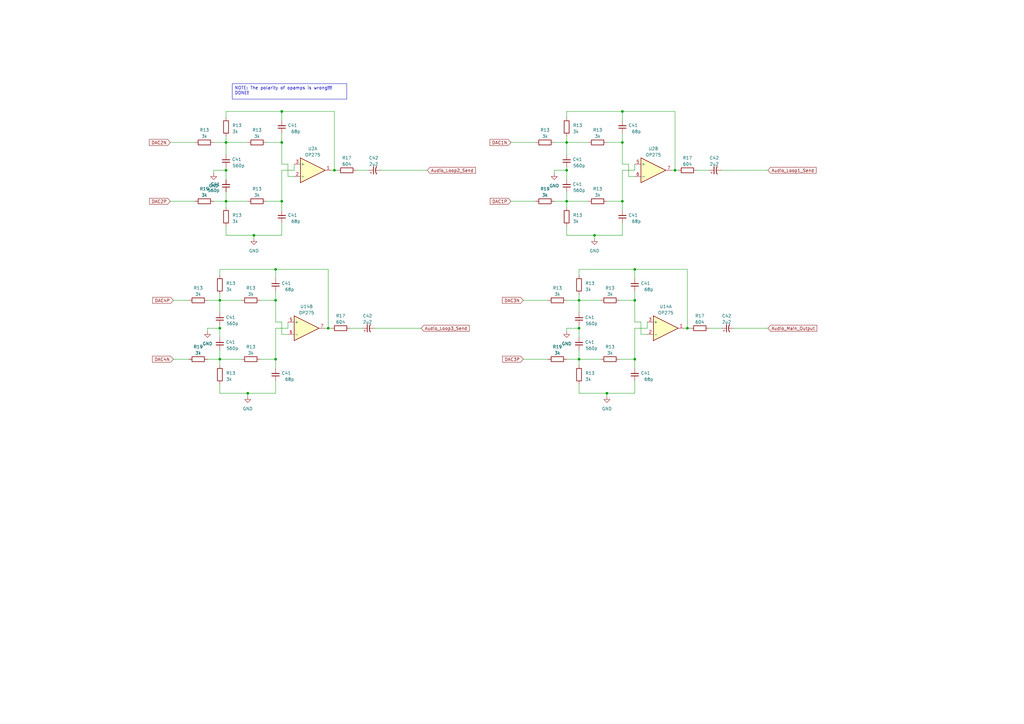
<source format=kicad_sch>
(kicad_sch (version 20230121) (generator eeschema)
  (paper "A3")
  (lib_symbols
    (symbol "Amplifier_Operational:OP275" (pin_names (offset 0.127))
      (property "Reference" "U" (at 0 5.08 0))
      (property "Value" "OP275" (at 0 -5.08 0))
      (symbol "OP275_1_1"
        (polyline (pts (xy -5.08 5.08) (xy 5.08 0) (xy -5.08 -5.08) (xy -5.08 5.08)) (stroke (width 0.254)) (fill (type background)))
        (pin output line (at 7.62 0 180) (length 2.54) (name "~") (number "1"))
        (pin input line (at -7.62 -2.54 0) (length 2.54) (name "-") (number "2"))
        (pin input line (at -7.62 2.54 0) (length 2.54) (name "+") (number "3"))
      )
      (symbol "OP275_2_1"
        (polyline (pts (xy -5.08 5.08) (xy 5.08 0) (xy -5.08 -5.08) (xy -5.08 5.08)) (stroke (width 0.254)) (fill (type background)))
        (pin input line (at -7.62 2.54 0) (length 2.54) (name "+") (number "5"))
        (pin input line (at -7.62 -2.54 0) (length 2.54) (name "-") (number "6"))
        (pin output line (at 7.62 0 180) (length 2.54) (name "~") (number "7"))
      )
      (symbol "OP275_3_1"
        (pin power_in line (at -2.54 -7.62 90) (length 3.81) (name "V-") (number "4"))
        (pin power_in line (at -2.54 7.62 270) (length 3.81) (name "V+") (number "8"))
      )
    )
    (symbol "Device:C_Polarized_Small_US" (pin_numbers hide) (pin_names (offset 0.254) hide)
      (property "Reference" "C" (at 0.254 1.778 0))
      (property "Value" "C_Polarized_Small_US" (at 0.254 -2.032 0))
      (symbol "C_Polarized_Small_US_0_1"
        (polyline (pts (xy -1.524 0.508) (xy 1.524 0.508)) (stroke (width 0.3048)))
        (polyline (pts (xy -1.27 1.524) (xy -0.762 1.524)))
        (polyline (pts (xy -1.016 1.27) (xy -1.016 1.778)))
        (arc (start 1.524 -0.762) (mid 0 -0.3734) (end -1.524 -0.762) (stroke (width 0.3048)))
      )
      (symbol "C_Polarized_Small_US_1_1"
        (pin passive line (at 0 2.54 270) (length 2.032) (name "~") (number "1"))
        (pin passive line (at 0 -2.54 90) (length 2.032) (name "~") (number "2"))
      )
    )
    (symbol "Device:C_Small" (pin_numbers hide) (pin_names (offset 0.254) hide)
      (property "Reference" "C" (at 0.254 1.778 0))
      (property "Value" "C_Small" (at 0.254 -2.032 0))
      (symbol "C_Small_0_1"
        (polyline (pts (xy -1.524 -0.508) (xy 1.524 -0.508)) (stroke (width 0.3302)))
        (polyline (pts (xy -1.524 0.508) (xy 1.524 0.508)) (stroke (width 0.3048)))
      )
      (symbol "C_Small_1_1"
        (pin passive line (at 0 2.54 270) (length 2.032) (name "~") (number "1"))
        (pin passive line (at 0 -2.54 90) (length 2.032) (name "~") (number "2"))
      )
    )
    (symbol "Device:R" (pin_numbers hide) (pin_names (offset 0))
      (property "Reference" "R" (at 2.032 0 90))
      (property "Value" "R" (at 0 0 90))
      (symbol "R_0_1"
        (rectangle (start -1.016 -2.54) (end 1.016 2.54) (stroke (width 0.254)))
      )
      (symbol "R_1_1"
        (pin passive line (at 0 3.81 270) (length 1.27) (name "~") (number "1"))
        (pin passive line (at 0 -3.81 90) (length 1.27) (name "~") (number "2"))
      )
    )
    (symbol "power:GND" (power) (pin_names (offset 0))
      (property "Value" "GND" (at 0 -3.81 0))
      (symbol "GND_0_1"
        (polyline (pts (xy 0 0) (xy 0 -1.27) (xy 1.27 -1.27) (xy 0 -2.54) (xy -1.27 -1.27) (xy 0 -1.27)))
      )
      (symbol "GND_1_1"
        (pin power_in line (at 0 0 270) (length 0) hide (name "GND") (number "1"))
      )
    )
  )
  (junction (at 92.71 69.85))
  (junction (at 92.71 82.55))
  (junction (at 115.57 45.72))
  (junction (at 90.17 134.62))
  (junction (at 237.49 134.62))
  (junction (at 255.27 82.55))
  (junction (at 90.17 123.19))
  (junction (at 255.27 58.42))
  (junction (at 248.92 161.29))
  (junction (at 255.27 45.72))
  (junction (at 276.86 69.85))
  (junction (at 134.62 134.62))
  (junction (at 281.94 134.62))
  (junction (at 104.14 96.52))
  (junction (at 115.57 58.42))
  (junction (at 90.17 147.32))
  (junction (at 137.16 69.85))
  (junction (at 113.03 123.19))
  (junction (at 232.41 82.55))
  (junction (at 260.35 123.19))
  (junction (at 237.49 123.19))
  (junction (at 115.57 82.55))
  (junction (at 113.03 110.49))
  (junction (at 232.41 58.42))
  (junction (at 101.6 161.29))
  (junction (at 113.03 147.32))
  (junction (at 260.35 110.49))
  (junction (at 232.41 69.85))
  (junction (at 237.49 147.32))
  (junction (at 92.71 58.42))
  (junction (at 260.35 147.32))
  (junction (at 243.84 96.52))
  (wire (pts (xy 115.57 137.16) (xy 118.11 137.16)))
  (wire (pts (xy 115.57 69.85) (xy 115.57 82.55)))
  (wire (pts (xy 143.51 134.62) (xy 148.59 134.62)))
  (wire (pts (xy 232.41 58.42) (xy 241.3 58.42)))
  (wire (pts (xy 255.27 45.72) (xy 255.27 49.53)))
  (wire (pts (xy 92.71 82.55) (xy 92.71 85.09)))
  (wire (pts (xy 237.49 113.03) (xy 237.49 110.49)))
  (wire (pts (xy 92.71 68.58) (xy 92.71 69.85)))
  (wire (pts (xy 115.57 58.42) (xy 109.22 58.42)))
  (wire (pts (xy 257.81 72.39) (xy 260.35 72.39)))
  (wire (pts (xy 260.35 110.49) (xy 281.94 110.49)))
  (wire (pts (xy 92.71 45.72) (xy 115.57 45.72)))
  (wire (pts (xy 232.41 69.85) (xy 232.41 73.66)))
  (wire (pts (xy 276.86 45.72) (xy 276.86 69.85)))
  (wire (pts (xy 260.35 67.31) (xy 260.35 69.85)))
  (wire (pts (xy 280.67 134.62) (xy 281.94 134.62)))
  (wire (pts (xy 109.22 82.55) (xy 115.57 82.55)))
  (wire (pts (xy 260.35 156.21) (xy 260.35 161.29)))
  (wire (pts (xy 232.41 48.26) (xy 232.41 45.72)))
  (wire (pts (xy 90.17 113.03) (xy 90.17 110.49)))
  (wire (pts (xy 120.65 67.31) (xy 120.65 69.85)))
  (wire (pts (xy 262.89 132.08) (xy 262.89 137.16)))
  (wire (pts (xy 232.41 96.52) (xy 243.84 96.52)))
  (wire (pts (xy 87.63 69.85) (xy 92.71 69.85)))
  (wire (pts (xy 232.41 135.89) (xy 232.41 134.62)))
  (wire (pts (xy 87.63 71.12) (xy 87.63 69.85)))
  (wire (pts (xy 255.27 54.61) (xy 255.27 58.42)))
  (wire (pts (xy 146.05 69.85) (xy 151.13 69.85)))
  (wire (pts (xy 248.92 161.29) (xy 248.92 162.56)))
  (wire (pts (xy 113.03 119.38) (xy 113.03 123.19)))
  (wire (pts (xy 101.6 161.29) (xy 113.03 161.29)))
  (wire (pts (xy 232.41 45.72) (xy 255.27 45.72)))
  (wire (pts (xy 87.63 58.42) (xy 92.71 58.42)))
  (wire (pts (xy 227.33 82.55) (xy 232.41 82.55)))
  (wire (pts (xy 232.41 78.74) (xy 232.41 82.55)))
  (wire (pts (xy 214.63 123.19) (xy 224.79 123.19)))
  (wire (pts (xy 92.71 69.85) (xy 92.71 73.66)))
  (wire (pts (xy 104.14 96.52) (xy 115.57 96.52)))
  (wire (pts (xy 71.12 123.19) (xy 77.47 123.19)))
  (wire (pts (xy 237.49 147.32) (xy 237.49 149.86)))
  (wire (pts (xy 237.49 123.19) (xy 237.49 128.27)))
  (wire (pts (xy 232.41 92.71) (xy 232.41 96.52)))
  (wire (pts (xy 237.49 157.48) (xy 237.49 161.29)))
  (wire (pts (xy 257.81 67.31) (xy 257.81 72.39)))
  (wire (pts (xy 135.89 69.85) (xy 137.16 69.85)))
  (wire (pts (xy 255.27 82.55) (xy 255.27 86.36)))
  (wire (pts (xy 134.62 110.49) (xy 134.62 134.62)))
  (wire (pts (xy 153.67 134.62) (xy 172.72 134.62)))
  (wire (pts (xy 92.71 58.42) (xy 101.6 58.42)))
  (wire (pts (xy 118.11 132.08) (xy 118.11 134.62)))
  (wire (pts (xy 265.43 134.62) (xy 260.35 134.62)))
  (wire (pts (xy 243.84 96.52) (xy 243.84 97.79)))
  (wire (pts (xy 254 147.32) (xy 260.35 147.32)))
  (wire (pts (xy 255.27 91.44) (xy 255.27 96.52)))
  (wire (pts (xy 295.91 69.85) (xy 314.96 69.85)))
  (wire (pts (xy 227.33 69.85) (xy 232.41 69.85)))
  (wire (pts (xy 248.92 161.29) (xy 260.35 161.29)))
  (wire (pts (xy 237.49 123.19) (xy 246.38 123.19)))
  (wire (pts (xy 113.03 147.32) (xy 113.03 151.13)))
  (wire (pts (xy 115.57 67.31) (xy 118.11 67.31)))
  (wire (pts (xy 90.17 134.62) (xy 90.17 138.43)))
  (wire (pts (xy 85.09 134.62) (xy 90.17 134.62)))
  (wire (pts (xy 255.27 58.42) (xy 248.92 58.42)))
  (wire (pts (xy 90.17 157.48) (xy 90.17 161.29)))
  (wire (pts (xy 90.17 123.19) (xy 90.17 128.27)))
  (wire (pts (xy 260.35 119.38) (xy 260.35 123.19)))
  (wire (pts (xy 260.35 132.08) (xy 260.35 123.19)))
  (wire (pts (xy 237.49 133.35) (xy 237.49 134.62)))
  (wire (pts (xy 243.84 96.52) (xy 255.27 96.52)))
  (wire (pts (xy 260.35 134.62) (xy 260.35 147.32)))
  (wire (pts (xy 265.43 132.08) (xy 265.43 134.62)))
  (wire (pts (xy 281.94 134.62) (xy 283.21 134.62)))
  (wire (pts (xy 260.35 132.08) (xy 262.89 132.08)))
  (wire (pts (xy 118.11 134.62) (xy 113.03 134.62)))
  (wire (pts (xy 255.27 69.85) (xy 255.27 82.55)))
  (wire (pts (xy 285.75 69.85) (xy 290.83 69.85)))
  (wire (pts (xy 92.71 92.71) (xy 92.71 96.52)))
  (wire (pts (xy 237.49 147.32) (xy 246.38 147.32)))
  (wire (pts (xy 85.09 123.19) (xy 90.17 123.19)))
  (wire (pts (xy 90.17 143.51) (xy 90.17 147.32)))
  (wire (pts (xy 92.71 48.26) (xy 92.71 45.72)))
  (wire (pts (xy 90.17 123.19) (xy 99.06 123.19)))
  (wire (pts (xy 113.03 123.19) (xy 106.68 123.19)))
  (wire (pts (xy 232.41 147.32) (xy 237.49 147.32)))
  (wire (pts (xy 255.27 67.31) (xy 255.27 58.42)))
  (wire (pts (xy 115.57 91.44) (xy 115.57 96.52)))
  (wire (pts (xy 281.94 110.49) (xy 281.94 134.62)))
  (wire (pts (xy 71.12 147.32) (xy 77.47 147.32)))
  (wire (pts (xy 232.41 58.42) (xy 232.41 63.5)))
  (wire (pts (xy 137.16 69.85) (xy 138.43 69.85)))
  (wire (pts (xy 92.71 55.88) (xy 92.71 58.42)))
  (wire (pts (xy 255.27 67.31) (xy 257.81 67.31)))
  (wire (pts (xy 209.55 82.55) (xy 219.71 82.55)))
  (wire (pts (xy 69.85 58.42) (xy 80.01 58.42)))
  (wire (pts (xy 134.62 134.62) (xy 135.89 134.62)))
  (wire (pts (xy 115.57 45.72) (xy 115.57 49.53)))
  (wire (pts (xy 232.41 123.19) (xy 237.49 123.19)))
  (wire (pts (xy 120.65 69.85) (xy 115.57 69.85)))
  (wire (pts (xy 237.49 110.49) (xy 260.35 110.49)))
  (wire (pts (xy 290.83 134.62) (xy 295.91 134.62)))
  (wire (pts (xy 113.03 132.08) (xy 115.57 132.08)))
  (wire (pts (xy 113.03 110.49) (xy 134.62 110.49)))
  (wire (pts (xy 260.35 123.19) (xy 254 123.19)))
  (wire (pts (xy 275.59 69.85) (xy 276.86 69.85)))
  (wire (pts (xy 87.63 82.55) (xy 92.71 82.55)))
  (wire (pts (xy 255.27 45.72) (xy 276.86 45.72)))
  (wire (pts (xy 115.57 67.31) (xy 115.57 58.42)))
  (wire (pts (xy 90.17 110.49) (xy 113.03 110.49)))
  (wire (pts (xy 85.09 135.89) (xy 85.09 134.62)))
  (wire (pts (xy 113.03 156.21) (xy 113.03 161.29)))
  (wire (pts (xy 237.49 143.51) (xy 237.49 147.32)))
  (wire (pts (xy 69.85 82.55) (xy 80.01 82.55)))
  (wire (pts (xy 101.6 161.29) (xy 101.6 162.56)))
  (wire (pts (xy 115.57 54.61) (xy 115.57 58.42)))
  (wire (pts (xy 133.35 134.62) (xy 134.62 134.62)))
  (wire (pts (xy 232.41 55.88) (xy 232.41 58.42)))
  (wire (pts (xy 115.57 45.72) (xy 137.16 45.72)))
  (wire (pts (xy 106.68 147.32) (xy 113.03 147.32)))
  (wire (pts (xy 260.35 110.49) (xy 260.35 114.3)))
  (wire (pts (xy 104.14 96.52) (xy 104.14 97.79)))
  (wire (pts (xy 118.11 72.39) (xy 120.65 72.39)))
  (wire (pts (xy 260.35 147.32) (xy 260.35 151.13)))
  (wire (pts (xy 113.03 110.49) (xy 113.03 114.3)))
  (wire (pts (xy 115.57 132.08) (xy 115.57 137.16)))
  (wire (pts (xy 115.57 82.55) (xy 115.57 86.36)))
  (wire (pts (xy 232.41 68.58) (xy 232.41 69.85)))
  (wire (pts (xy 260.35 69.85) (xy 255.27 69.85)))
  (wire (pts (xy 232.41 82.55) (xy 232.41 85.09)))
  (wire (pts (xy 262.89 137.16) (xy 265.43 137.16)))
  (wire (pts (xy 113.03 134.62) (xy 113.03 147.32)))
  (wire (pts (xy 156.21 69.85) (xy 175.26 69.85)))
  (wire (pts (xy 232.41 134.62) (xy 237.49 134.62)))
  (wire (pts (xy 232.41 82.55) (xy 241.3 82.55)))
  (wire (pts (xy 85.09 147.32) (xy 90.17 147.32)))
  (wire (pts (xy 237.49 120.65) (xy 237.49 123.19)))
  (wire (pts (xy 90.17 147.32) (xy 99.06 147.32)))
  (wire (pts (xy 92.71 78.74) (xy 92.71 82.55)))
  (wire (pts (xy 92.71 58.42) (xy 92.71 63.5)))
  (wire (pts (xy 300.99 134.62) (xy 314.96 134.62)))
  (wire (pts (xy 237.49 134.62) (xy 237.49 138.43)))
  (wire (pts (xy 90.17 120.65) (xy 90.17 123.19)))
  (wire (pts (xy 92.71 82.55) (xy 101.6 82.55)))
  (wire (pts (xy 90.17 133.35) (xy 90.17 134.62)))
  (wire (pts (xy 137.16 45.72) (xy 137.16 69.85)))
  (wire (pts (xy 113.03 132.08) (xy 113.03 123.19)))
  (wire (pts (xy 90.17 147.32) (xy 90.17 149.86)))
  (wire (pts (xy 237.49 161.29) (xy 248.92 161.29)))
  (wire (pts (xy 276.86 69.85) (xy 278.13 69.85)))
  (wire (pts (xy 118.11 67.31) (xy 118.11 72.39)))
  (wire (pts (xy 214.63 147.32) (xy 224.79 147.32)))
  (wire (pts (xy 90.17 161.29) (xy 101.6 161.29)))
  (wire (pts (xy 92.71 96.52) (xy 104.14 96.52)))
  (wire (pts (xy 227.33 58.42) (xy 232.41 58.42)))
  (wire (pts (xy 248.92 82.55) (xy 255.27 82.55)))
  (wire (pts (xy 227.33 71.12) (xy 227.33 69.85)))
  (wire (pts (xy 209.55 58.42) (xy 219.71 58.42)))
  (text_box "NOTE: The polarity of opamps is wrong!!! DONE!\n" (at 95.25 34.29 0) (size 46.99 6.35) (effects (font (size 1.27 1.27)) (justify left top)))
  (global_label "DAC4P" (shape input) (at 71.12 123.19 180) (property "Intersheetrefs" "${INTERSHEET_REFS}" (effects hide)))
  (global_label "DAC2P" (shape input) (at 69.85 82.55 180) (property "Intersheetrefs" "${INTERSHEET_REFS}" (effects hide)))
  (global_label "DAC2N" (shape input) (at 69.85 58.42 180) (property "Intersheetrefs" "${INTERSHEET_REFS}" (effects hide)))
  (global_label "DAC1P" (shape input) (at 209.55 82.55 180) (property "Intersheetrefs" "${INTERSHEET_REFS}" (effects hide)))
  (global_label "Audio_Main_Output" (shape input) (at 314.96 134.62 0) (property "Intersheetrefs" "${INTERSHEET_REFS}" (effects hide)))
  (global_label "Audio_Loop1_Send" (shape input) (at 314.96 69.85 0) (property "Intersheetrefs" "${INTERSHEET_REFS}" (effects hide)))
  (global_label "DAC3N" (shape input) (at 214.63 123.19 180) (property "Intersheetrefs" "${INTERSHEET_REFS}" (effects hide)))
  (global_label "DAC3P" (shape input) (at 214.63 147.32 180) (property "Intersheetrefs" "${INTERSHEET_REFS}" (effects hide)))
  (global_label "DAC4N" (shape input) (at 71.12 147.32 180) (property "Intersheetrefs" "${INTERSHEET_REFS}" (effects hide)))
  (global_label "Audio_Loop3_Send" (shape input) (at 172.72 134.62 0) (property "Intersheetrefs" "${INTERSHEET_REFS}" (effects hide)))
  (global_label "DAC1N" (shape input) (at 209.55 58.42 180) (property "Intersheetrefs" "${INTERSHEET_REFS}" (effects hide)))
  (global_label "Audio_Loop2_Send" (shape input) (at 175.26 69.85 0) (property "Intersheetrefs" "${INTERSHEET_REFS}" (effects hide)))
  (symbol (lib_id "power:GND") (at 85.09 135.89 0) (unit 1)
    (property "Reference" "#PWR02" (effects hide))
    (property "Value" "GND" (at 85.09 140.97 0))
    (instances (project "stm_audio_board_V3" (path "" (reference "#PWR02") (unit 1)) (path "" (reference "#PWR01") (unit 1)) (path "" (reference "#PWR095") (unit 1))))
  )
  (symbol (lib_id "Device:C_Polarized_Small_US") (at 293.37 69.85 90) (unit 1)
    (property "Reference" "C42" (at 292.9382 64.77 90))
    (property "Value" "2u2" (at 292.9382 67.31 90))
    (property "Footprint" "Capacitor_SMD:C_0805_2012Metric_Pad1.18x1.45mm_HandSolder" (effects hide))
    (instances (project "stm_audio_board_V3" (path "" (reference "C42") (unit 1)) (path "" (reference "C46") (unit 1))))
  )
  (symbol (lib_id "Amplifier_Operational:OP275") (at 125.73 134.62 0) (unit 2)
    (property "Reference" "U14" (at 125.73 125.73 0))
    (property "Value" "OP275" (at 125.73 128.27 0))
    (property "Footprint" "Package_SO:SSOP-8_3.9x5.05mm_P1.27mm" (effects hide))
    (property "Datasheet" "https://www.analog.com/media/en/technical-documentation/data-sheets/OP275.pdf" (effects hide))
    (property "JLCPCB" "C161797" (effects hide))
  )
  (symbol (lib_id "Device:R") (at 237.49 116.84 180) (unit 1)
    (property "Reference" "R13" (at 240.03 116.205 0) (effects (justify right)))
    (property "Value" "3k" (at 240.03 118.745 0) (effects (justify right)))
    (property "Footprint" "Resistor_SMD:R_0603_1608Metric" (effects hide))
    (instances (project "stm_audio_board_V3" (path "" (reference "R13") (unit 1)) (path "" (reference "R69") (unit 1))))
  )
  (symbol (lib_id "Amplifier_Operational:OP275") (at 267.97 69.85 0) (unit 2)
    (property "Reference" "U2" (at 267.97 60.96 0))
    (property "Value" "OP275" (at 267.97 63.5 0))
    (property "Footprint" "Package_SO:SSOP-8_3.9x5.05mm_P1.27mm" (effects hide))
    (property "Datasheet" "https://www.analog.com/media/en/technical-documentation/data-sheets/OP275.pdf" (effects hide))
    (property "JLCPCB" "C161797" (effects hide))
  )
  (symbol (lib_id "Device:C_Polarized_Small_US") (at 298.45 134.62 90) (unit 1)
    (property "Reference" "C42" (at 298.0182 129.54 90))
    (property "Value" "2u2" (at 298.0182 132.08 90))
    (property "Footprint" "Capacitor_SMD:C_0805_2012Metric_Pad1.18x1.45mm_HandSolder" (effects hide))
    (instances (project "stm_audio_board_V3" (path "" (reference "C42") (unit 1)) (path "" (reference "C118") (unit 1))))
  )
  (symbol (lib_id "Device:C_Small") (at 232.41 76.2 0) (mirror x) (unit 1)
    (property "Reference" "C41" (at 238.76 75.5586 0) (effects (justify right)))
    (property "Value" "560p" (at 240.03 78.0986 0) (effects (justify right)))
    (property "Footprint" "Capacitor_SMD:C_0603_1608Metric" (effects hide))
  )
  (symbol (lib_id "Device:R") (at 237.49 153.67 180) (unit 1)
    (property "Reference" "R13" (at 240.03 153.035 0) (effects (justify right)))
    (property "Value" "3k" (at 240.03 155.575 0) (effects (justify right)))
    (property "Footprint" "Resistor_SMD:R_0603_1608Metric" (effects hide))
    (instances (project "stm_audio_board_V3" (path "" (reference "R13") (unit 1)) (path "" (reference "R70") (unit 1))))
  )
  (symbol (lib_id "Device:R") (at 142.24 69.85 270) (unit 1)
    (property "Reference" "R17" (at 142.24 64.77 90))
    (property "Value" "604" (at 142.24 67.31 90))
    (property "Footprint" "Resistor_SMD:R_0603_1608Metric" (effects hide))
  )
  (symbol (lib_id "Device:R") (at 245.11 82.55 270) (unit 1)
    (property "Reference" "R13" (at 245.11 77.47 90))
    (property "Value" "3k" (at 245.11 80.01 90))
    (property "Footprint" "Resistor_SMD:R_0603_1608Metric" (effects hide))
    (instances (project "stm_audio_board_V3" (path "" (reference "R13") (unit 1)) (path "" (reference "R22") (unit 1))))
  )
  (symbol (lib_id "Device:C_Small") (at 255.27 88.9 0) (mirror x) (unit 1)
    (property "Reference" "C41" (at 261.62 88.2586 0) (effects (justify right)))
    (property "Value" "68p" (at 262.89 90.7986 0) (effects (justify right)))
    (property "Footprint" "Capacitor_SMD:C_0603_1608Metric" (effects hide))
    (instances (project "stm_audio_board_V3" (path "" (reference "C41") (unit 1)) (path "" (reference "C45") (unit 1))))
  )
  (symbol (lib_id "Device:C_Polarized_Small_US") (at 153.67 69.85 90) (unit 1)
    (property "Reference" "C42" (at 153.2382 64.77 90))
    (property "Value" "2u2" (at 153.2382 67.31 90))
    (property "Footprint" "Capacitor_SMD:C_0805_2012Metric_Pad1.18x1.45mm_HandSolder" (effects hide))
  )
  (symbol (lib_id "Device:R") (at 223.52 82.55 90) (unit 1)
    (property "Reference" "R19" (at 223.52 77.47 90))
    (property "Value" "3k" (at 223.52 80.01 90))
    (property "Footprint" "Resistor_SMD:R_0603_1608Metric" (effects hide))
    (instances (project "stm_audio_board_V3" (path "" (reference "R19") (unit 1)) (path "" (reference "R16") (unit 1))))
  )
  (symbol (lib_id "Device:R") (at 105.41 58.42 90) (mirror x) (unit 1)
    (property "Reference" "R13" (at 105.41 53.34 90))
    (property "Value" "3k" (at 105.41 55.88 90))
    (property "Footprint" "Resistor_SMD:R_0603_1608Metric" (effects hide))
  )
  (symbol (lib_id "Device:R") (at 92.71 52.07 180) (unit 1)
    (property "Reference" "R13" (at 95.25 51.435 0) (effects (justify right)))
    (property "Value" "3k" (at 95.25 53.975 0) (effects (justify right)))
    (property "Footprint" "Resistor_SMD:R_0603_1608Metric" (effects hide))
    (instances (project "stm_audio_board_V3" (path "" (reference "R13") (unit 1)) (path "" (reference "R31") (unit 1))))
  )
  (symbol (lib_id "Device:C_Small") (at 113.03 153.67 0) (mirror x) (unit 1)
    (property "Reference" "C41" (at 119.38 153.0286 0) (effects (justify right)))
    (property "Value" "68p" (at 120.65 155.5686 0) (effects (justify right)))
    (property "Footprint" "Capacitor_SMD:C_0603_1608Metric" (effects hide))
    (instances (project "stm_audio_board_V3" (path "" (reference "C41") (unit 1)) (path "" (reference "C111") (unit 1))))
  )
  (symbol (lib_id "Device:C_Small") (at 232.41 66.04 0) (mirror x) (unit 1)
    (property "Reference" "C41" (at 238.76 65.3986 0) (effects (justify right)))
    (property "Value" "560p" (at 240.03 67.9386 0) (effects (justify right)))
    (property "Footprint" "Capacitor_SMD:C_0603_1608Metric" (effects hide))
    (instances (project "stm_audio_board_V3" (path "" (reference "C41") (unit 1)) (path "" (reference "C40") (unit 1))))
  )
  (symbol (lib_id "Device:R") (at 245.11 58.42 90) (mirror x) (unit 1)
    (property "Reference" "R13" (at 245.11 53.34 90))
    (property "Value" "3k" (at 245.11 55.88 90))
    (property "Footprint" "Resistor_SMD:R_0603_1608Metric" (effects hide))
    (instances (project "stm_audio_board_V3" (path "" (reference "R13") (unit 1)) (path "" (reference "R21") (unit 1))))
  )
  (symbol (lib_id "Device:R") (at 250.19 123.19 90) (mirror x) (unit 1)
    (property "Reference" "R13" (at 250.19 118.11 90))
    (property "Value" "3k" (at 250.19 120.65 90))
    (property "Footprint" "Resistor_SMD:R_0603_1608Metric" (effects hide))
    (instances (project "stm_audio_board_V3" (path "" (reference "R13") (unit 1)) (path "" (reference "R71") (unit 1))))
  )
  (symbol (lib_id "Device:C_Small") (at 115.57 88.9 0) (mirror x) (unit 1)
    (property "Reference" "C41" (at 121.92 88.2586 0) (effects (justify right)))
    (property "Value" "68p" (at 123.19 90.7986 0) (effects (justify right)))
    (property "Footprint" "Capacitor_SMD:C_0603_1608Metric" (effects hide))
    (instances (project "stm_audio_board_V3" (path "" (reference "C41") (unit 1)) (path "" (reference "C38") (unit 1))))
  )
  (symbol (lib_id "Device:C_Small") (at 260.35 116.84 0) (mirror x) (unit 1)
    (property "Reference" "C41" (at 266.7 116.1986 0) (effects (justify right)))
    (property "Value" "68p" (at 267.97 118.7386 0) (effects (justify right)))
    (property "Footprint" "Capacitor_SMD:C_0603_1608Metric" (effects hide))
    (instances (project "stm_audio_board_V3" (path "" (reference "C41") (unit 1)) (path "" (reference "C116") (unit 1))))
  )
  (symbol (lib_id "Device:R") (at 287.02 134.62 270) (unit 1)
    (property "Reference" "R17" (at 287.02 129.54 90))
    (property "Value" "604" (at 287.02 132.08 90))
    (property "Footprint" "Resistor_SMD:R_0603_1608Metric" (effects hide))
    (instances (project "stm_audio_board_V3" (path "" (reference "R17") (unit 1)) (path "" (reference "R73") (unit 1))))
  )
  (symbol (lib_id "Device:C_Small") (at 237.49 130.81 0) (mirror x) (unit 1)
    (property "Reference" "C41" (at 243.84 130.1686 0) (effects (justify right)))
    (property "Value" "560p" (at 245.11 132.7086 0) (effects (justify right)))
    (property "Footprint" "Capacitor_SMD:C_0603_1608Metric" (effects hide))
    (instances (project "stm_audio_board_V3" (path "" (reference "C41") (unit 1)) (path "" (reference "C114") (unit 1))))
  )
  (symbol (lib_id "power:GND") (at 243.84 97.79 0) (unit 1)
    (property "Reference" "#PWR02" (effects hide))
    (property "Value" "GND" (at 243.84 102.87 0))
    (instances (project "stm_audio_board_V3" (path "" (reference "#PWR02") (unit 1)) (path "" (reference "#PWR01") (unit 1)) (path "" (reference "#PWR027") (unit 1))))
  )
  (symbol (lib_id "Device:R") (at 81.28 147.32 90) (unit 1)
    (property "Reference" "R19" (at 81.28 142.24 90))
    (property "Value" "3k" (at 81.28 144.78 90))
    (property "Footprint" "Resistor_SMD:R_0603_1608Metric" (effects hide))
    (instances (project "stm_audio_board_V3" (path "" (reference "R19") (unit 1)) (path "" (reference "R60") (unit 1))))
  )
  (symbol (lib_id "Device:R") (at 228.6 123.19 90) (unit 1)
    (property "Reference" "R13" (at 228.6 118.11 90))
    (property "Value" "3k" (at 228.6 120.65 90))
    (property "Footprint" "Resistor_SMD:R_0603_1608Metric" (effects hide))
    (instances (project "stm_audio_board_V3" (path "" (reference "R13") (unit 1)) (path "" (reference "R67") (unit 1))))
  )
  (symbol (lib_id "Device:R") (at 90.17 116.84 180) (unit 1)
    (property "Reference" "R13" (at 92.71 116.205 0) (effects (justify right)))
    (property "Value" "3k" (at 92.71 118.745 0) (effects (justify right)))
    (property "Footprint" "Resistor_SMD:R_0603_1608Metric" (effects hide))
    (instances (project "stm_audio_board_V3" (path "" (reference "R13") (unit 1)) (path "" (reference "R61") (unit 1))))
  )
  (symbol (lib_id "Device:R") (at 223.52 58.42 90) (unit 1)
    (property "Reference" "R13" (at 223.52 53.34 90))
    (property "Value" "3k" (at 223.52 55.88 90))
    (property "Footprint" "Resistor_SMD:R_0603_1608Metric" (effects hide))
    (instances (project "stm_audio_board_V3" (path "" (reference "R13") (unit 1)) (path "" (reference "R15") (unit 1))))
  )
  (symbol (lib_id "Device:C_Small") (at 90.17 140.97 0) (mirror x) (unit 1)
    (property "Reference" "C41" (at 96.52 140.3286 0) (effects (justify right)))
    (property "Value" "560p" (at 97.79 142.8686 0) (effects (justify right)))
    (property "Footprint" "Capacitor_SMD:C_0603_1608Metric" (effects hide))
    (instances (project "stm_audio_board_V3" (path "" (reference "C41") (unit 1)) (path "" (reference "C109") (unit 1))))
  )
  (symbol (lib_id "Device:C_Small") (at 113.03 116.84 0) (mirror x) (unit 1)
    (property "Reference" "C41" (at 119.38 116.1986 0) (effects (justify right)))
    (property "Value" "68p" (at 120.65 118.7386 0) (effects (justify right)))
    (property "Footprint" "Capacitor_SMD:C_0603_1608Metric" (effects hide))
    (instances (project "stm_audio_board_V3" (path "" (reference "C41") (unit 1)) (path "" (reference "C110") (unit 1))))
  )
  (symbol (lib_id "Device:R") (at 228.6 147.32 90) (unit 1)
    (property "Reference" "R19" (at 228.6 142.24 90))
    (property "Value" "3k" (at 228.6 144.78 90))
    (property "Footprint" "Resistor_SMD:R_0603_1608Metric" (effects hide))
    (instances (project "stm_audio_board_V3" (path "" (reference "R19") (unit 1)) (path "" (reference "R68") (unit 1))))
  )
  (symbol (lib_id "Amplifier_Operational:OP275") (at 273.05 134.62 0) (unit 1)
    (property "Reference" "U14" (at 273.05 125.73 0))
    (property "Value" "OP275" (at 273.05 128.27 0))
    (property "Footprint" "Package_SO:SSOP-8_3.9x5.05mm_P1.27mm" (effects hide))
    (property "Datasheet" "https://www.analog.com/media/en/technical-documentation/data-sheets/OP275.pdf" (effects hide))
    (property "JLCPCB" "C161797" (effects hide))
  )
  (symbol (lib_id "Device:R") (at 232.41 52.07 180) (unit 1)
    (property "Reference" "R13" (at 234.95 51.435 0) (effects (justify right)))
    (property "Value" "3k" (at 234.95 53.975 0) (effects (justify right)))
    (property "Footprint" "Resistor_SMD:R_0603_1608Metric" (effects hide))
    (instances (project "stm_audio_board_V3" (path "" (reference "R13") (unit 1)) (path "" (reference "R19") (unit 1))))
  )
  (symbol (lib_id "Amplifier_Operational:OP275") (at 128.27 69.85 0) (unit 1)
    (property "Reference" "U2" (at 128.27 60.96 0))
    (property "Value" "OP275" (at 128.27 63.5 0))
    (property "Footprint" "Package_SO:SSOP-8_3.9x5.05mm_P1.27mm" (effects hide))
    (property "Datasheet" "https://www.analog.com/media/en/technical-documentation/data-sheets/OP275.pdf" (effects hide))
    (property "JLCPCB" "C161797" (effects hide))
  )
  (symbol (lib_id "Device:R") (at 83.82 82.55 90) (unit 1)
    (property "Reference" "R19" (at 83.82 77.47 90))
    (property "Value" "3k" (at 83.82 80.01 90))
    (property "Footprint" "Resistor_SMD:R_0603_1608Metric" (effects hide))
    (instances (project "stm_audio_board_V3" (path "" (reference "R19") (unit 1)) (path "" (reference "R27") (unit 1))))
  )
  (symbol (lib_id "Device:C_Small") (at 92.71 76.2 180) (unit 1)
    (property "Reference" "C41" (at 86.36 75.5586 0) (effects (justify right)))
    (property "Value" "560p" (at 85.09 78.0986 0) (effects (justify right)))
    (property "Footprint" "Capacitor_SMD:C_0603_1608Metric" (effects hide))
    (instances (project "stm_audio_board_V3" (path "" (reference "C41") (unit 1)) (path "" (reference "C23") (unit 1))))
  )
  (symbol (lib_id "Device:C_Small") (at 260.35 153.67 0) (mirror x) (unit 1)
    (property "Reference" "C41" (at 266.7 153.0286 0) (effects (justify right)))
    (property "Value" "68p" (at 267.97 155.5686 0) (effects (justify right)))
    (property "Footprint" "Capacitor_SMD:C_0603_1608Metric" (effects hide))
    (instances (project "stm_audio_board_V3" (path "" (reference "C41") (unit 1)) (path "" (reference "C117") (unit 1))))
  )
  (symbol (lib_id "power:GND") (at 232.41 135.89 0) (unit 1)
    (property "Reference" "#PWR02" (effects hide))
    (property "Value" "GND" (at 232.41 140.97 0))
    (instances (project "stm_audio_board_V3" (path "" (reference "#PWR02") (unit 1)) (path "" (reference "#PWR01") (unit 1)) (path "" (reference "#PWR0100") (unit 1))))
  )
  (symbol (lib_id "power:GND") (at 101.6 162.56 0) (unit 1)
    (property "Reference" "#PWR02" (effects hide))
    (property "Value" "GND" (at 101.6 167.64 0))
    (instances (project "stm_audio_board_V3" (path "" (reference "#PWR02") (unit 1)) (path "" (reference "#PWR01") (unit 1)) (path "" (reference "#PWR097") (unit 1))))
  )
  (symbol (lib_id "Device:R") (at 105.41 82.55 270) (unit 1)
    (property "Reference" "R13" (at 105.41 77.47 90))
    (property "Value" "3k" (at 105.41 80.01 90))
    (property "Footprint" "Resistor_SMD:R_0603_1608Metric" (effects hide))
    (instances (project "stm_audio_board_V3" (path "" (reference "R13") (unit 1)) (path "" (reference "R14") (unit 1))))
  )
  (symbol (lib_id "Device:R") (at 232.41 88.9 180) (unit 1)
    (property "Reference" "R13" (at 234.95 88.265 0) (effects (justify right)))
    (property "Value" "3k" (at 234.95 90.805 0) (effects (justify right)))
    (property "Footprint" "Resistor_SMD:R_0603_1608Metric" (effects hide))
    (instances (project "stm_audio_board_V3" (path "" (reference "R13") (unit 1)) (path "" (reference "R20") (unit 1))))
  )
  (symbol (lib_id "power:GND") (at 87.63 71.12 0) (unit 1)
    (property "Reference" "#PWR02" (effects hide))
    (property "Value" "GND" (at 87.63 76.2 0))
    (instances (project "stm_audio_board_V3" (path "" (reference "#PWR02") (unit 1)) (path "" (reference "#PWR01") (unit 1)) (path "" (reference "#PWR014") (unit 1))))
  )
  (symbol (lib_id "Device:C_Polarized_Small_US") (at 151.13 134.62 90) (unit 1)
    (property "Reference" "C42" (at 150.6982 129.54 90))
    (property "Value" "2u2" (at 150.6982 132.08 90))
    (property "Footprint" "Capacitor_SMD:C_0805_2012Metric_Pad1.18x1.45mm_HandSolder" (effects hide))
    (instances (project "stm_audio_board_V3" (path "" (reference "C42") (unit 1)) (path "" (reference "C112") (unit 1))))
  )
  (symbol (lib_id "power:GND") (at 227.33 71.12 0) (unit 1)
    (property "Reference" "#PWR02" (effects hide))
    (property "Value" "GND" (at 227.33 76.2 0))
    (instances (project "stm_audio_board_V3" (path "" (reference "#PWR02") (unit 1)) (path "" (reference "#PWR01") (unit 1)) (path "" (reference "#PWR021") (unit 1))))
  )
  (symbol (lib_id "Device:R") (at 92.71 88.9 180) (unit 1)
    (property "Reference" "R13" (at 95.25 88.265 0) (effects (justify right)))
    (property "Value" "3k" (at 95.25 90.805 0) (effects (justify right)))
    (property "Footprint" "Resistor_SMD:R_0603_1608Metric" (effects hide))
    (instances (project "stm_audio_board_V3" (path "" (reference "R13") (unit 1)) (path "" (reference "R32") (unit 1))))
  )
  (symbol (lib_id "Device:C_Small") (at 90.17 130.81 0) (mirror x) (unit 1)
    (property "Reference" "C41" (at 96.52 130.1686 0) (effects (justify right)))
    (property "Value" "560p" (at 97.79 132.7086 0) (effects (justify right)))
    (property "Footprint" "Capacitor_SMD:C_0603_1608Metric" (effects hide))
    (instances (project "stm_audio_board_V3" (path "" (reference "C41") (unit 1)) (path "" (reference "C108") (unit 1))))
  )
  (symbol (lib_id "Device:R") (at 81.28 123.19 90) (unit 1)
    (property "Reference" "R13" (at 81.28 118.11 90))
    (property "Value" "3k" (at 81.28 120.65 90))
    (property "Footprint" "Resistor_SMD:R_0603_1608Metric" (effects hide))
    (instances (project "stm_audio_board_V3" (path "" (reference "R13") (unit 1)) (path "" (reference "R59") (unit 1))))
  )
  (symbol (lib_id "Device:R") (at 102.87 147.32 270) (unit 1)
    (property "Reference" "R13" (at 102.87 142.24 90))
    (property "Value" "3k" (at 102.87 144.78 90))
    (property "Footprint" "Resistor_SMD:R_0603_1608Metric" (effects hide))
    (instances (project "stm_audio_board_V3" (path "" (reference "R13") (unit 1)) (path "" (reference "R64") (unit 1))))
  )
  (symbol (lib_id "Device:C_Small") (at 255.27 52.07 0) (mirror x) (unit 1)
    (property "Reference" "C41" (at 261.62 51.4286 0) (effects (justify right)))
    (property "Value" "68p" (at 262.89 53.9686 0) (effects (justify right)))
    (property "Footprint" "Capacitor_SMD:C_0603_1608Metric" (effects hide))
    (instances (project "stm_audio_board_V3" (path "" (reference "C41") (unit 1)) (path "" (reference "C44") (unit 1))))
  )
  (symbol (lib_id "Device:R") (at 250.19 147.32 270) (unit 1)
    (property "Reference" "R13" (at 250.19 142.24 90))
    (property "Value" "3k" (at 250.19 144.78 90))
    (property "Footprint" "Resistor_SMD:R_0603_1608Metric" (effects hide))
    (instances (project "stm_audio_board_V3" (path "" (reference "R13") (unit 1)) (path "" (reference "R72") (unit 1))))
  )
  (symbol (lib_id "Device:R") (at 90.17 153.67 180) (unit 1)
    (property "Reference" "R13" (at 92.71 153.035 0) (effects (justify right)))
    (property "Value" "3k" (at 92.71 155.575 0) (effects (justify right)))
    (property "Footprint" "Resistor_SMD:R_0603_1608Metric" (effects hide))
    (instances (project "stm_audio_board_V3" (path "" (reference "R13") (unit 1)) (path "" (reference "R62") (unit 1))))
  )
  (symbol (lib_id "Device:R") (at 83.82 58.42 90) (unit 1)
    (property "Reference" "R13" (at 83.82 53.34 90))
    (property "Value" "3k" (at 83.82 55.88 90))
    (property "Footprint" "Resistor_SMD:R_0603_1608Metric" (effects hide))
    (instances (project "stm_audio_board_V3" (path "" (reference "R13") (unit 1)) (path "" (reference "R30") (unit 1))))
  )
  (symbol (lib_id "power:GND") (at 248.92 162.56 0) (unit 1)
    (property "Reference" "#PWR02" (effects hide))
    (property "Value" "GND" (at 248.92 167.64 0))
    (instances (project "stm_audio_board_V3" (path "" (reference "#PWR02") (unit 1)) (path "" (reference "#PWR01") (unit 1)) (path "" (reference "#PWR0101") (unit 1))))
  )
  (symbol (lib_id "Device:R") (at 281.94 69.85 270) (unit 1)
    (property "Reference" "R17" (at 281.94 64.77 90))
    (property "Value" "604" (at 281.94 67.31 90))
    (property "Footprint" "Resistor_SMD:R_0603_1608Metric" (effects hide))
    (instances (project "stm_audio_board_V3" (path "" (reference "R17") (unit 1)) (path "" (reference "R23") (unit 1))))
  )
  (symbol (lib_id "Device:R") (at 139.7 134.62 270) (unit 1)
    (property "Reference" "R17" (at 139.7 129.54 90))
    (property "Value" "604" (at 139.7 132.08 90))
    (property "Footprint" "Resistor_SMD:R_0603_1608Metric" (effects hide))
    (instances (project "stm_audio_board_V3" (path "" (reference "R17") (unit 1)) (path "" (reference "R65") (unit 1))))
  )
  (symbol (lib_id "Device:R") (at 102.87 123.19 90) (mirror x) (unit 1)
    (property "Reference" "R13" (at 102.87 118.11 90))
    (property "Value" "3k" (at 102.87 120.65 90))
    (property "Footprint" "Resistor_SMD:R_0603_1608Metric" (effects hide))
    (instances (project "stm_audio_board_V3" (path "" (reference "R13") (unit 1)) (path "" (reference "R63") (unit 1))))
  )
  (symbol (lib_id "Device:C_Small") (at 115.57 52.07 0) (mirror x) (unit 1)
    (property "Reference" "C41" (at 121.92 51.4286 0) (effects (justify right)))
    (property "Value" "68p" (at 123.19 53.9686 0) (effects (justify right)))
    (property "Footprint" "Capacitor_SMD:C_0603_1608Metric" (effects hide))
    (instances (project "stm_audio_board_V3" (path "" (reference "C41") (unit 1)) (path "" (reference "C39") (unit 1))))
  )
  (symbol (lib_id "Device:C_Small") (at 92.71 66.04 0) (mirror x) (unit 1)
    (property "Reference" "C41" (at 99.06 65.3986 0) (effects (justify right)))
    (property "Value" "560p" (at 100.33 67.9386 0) (effects (justify right)))
    (property "Footprint" "Capacitor_SMD:C_0603_1608Metric" (effects hide))
    (instances (project "stm_audio_board_V3" (path "" (reference "C41") (unit 1)) (path "" (reference "C22") (unit 1))))
  )
  (symbol (lib_id "Device:C_Small") (at 237.49 140.97 0) (mirror x) (unit 1)
    (property "Reference" "C41" (at 243.84 140.3286 0) (effects (justify right)))
    (property "Value" "560p" (at 245.11 142.8686 0) (effects (justify right)))
    (property "Footprint" "Capacitor_SMD:C_0603_1608Metric" (effects hide))
    (instances (project "stm_audio_board_V3" (path "" (reference "C41") (unit 1)) (path "" (reference "C115") (unit 1))))
  )
  (symbol (lib_id "power:GND") (at 104.14 97.79 0) (unit 1)
    (property "Reference" "#PWR02" (effects hide))
    (property "Value" "GND" (at 104.14 102.87 0))
    (instances (project "stm_audio_board_V3" (path "" (reference "#PWR02") (unit 1)) (path "" (reference "#PWR01") (unit 1)) (path "" (reference "#PWR015") (unit 1))))
  )
)
</source>
